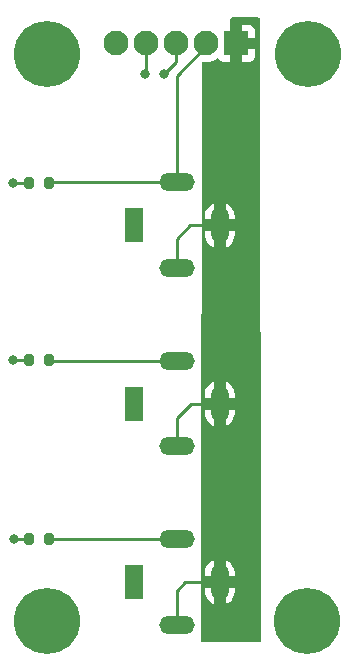
<source format=gbr>
%TF.GenerationSoftware,KiCad,Pcbnew,7.0.1*%
%TF.CreationDate,2023-03-29T16:16:29+02:00*%
%TF.ProjectId,remote,72656d6f-7465-42e6-9b69-6361645f7063,1.0*%
%TF.SameCoordinates,Original*%
%TF.FileFunction,Copper,L1,Top*%
%TF.FilePolarity,Positive*%
%FSLAX46Y46*%
G04 Gerber Fmt 4.6, Leading zero omitted, Abs format (unit mm)*
G04 Created by KiCad (PCBNEW 7.0.1) date 2023-03-29 16:16:29*
%MOMM*%
%LPD*%
G01*
G04 APERTURE LIST*
G04 Aperture macros list*
%AMRoundRect*
0 Rectangle with rounded corners*
0 $1 Rounding radius*
0 $2 $3 $4 $5 $6 $7 $8 $9 X,Y pos of 4 corners*
0 Add a 4 corners polygon primitive as box body*
4,1,4,$2,$3,$4,$5,$6,$7,$8,$9,$2,$3,0*
0 Add four circle primitives for the rounded corners*
1,1,$1+$1,$2,$3*
1,1,$1+$1,$4,$5*
1,1,$1+$1,$6,$7*
1,1,$1+$1,$8,$9*
0 Add four rect primitives between the rounded corners*
20,1,$1+$1,$2,$3,$4,$5,0*
20,1,$1+$1,$4,$5,$6,$7,0*
20,1,$1+$1,$6,$7,$8,$9,0*
20,1,$1+$1,$8,$9,$2,$3,0*%
G04 Aperture macros list end*
%TA.AperFunction,ComponentPad*%
%ADD10C,5.600000*%
%TD*%
%TA.AperFunction,SMDPad,CuDef*%
%ADD11RoundRect,0.200000X0.200000X0.275000X-0.200000X0.275000X-0.200000X-0.275000X0.200000X-0.275000X0*%
%TD*%
%TA.AperFunction,ComponentPad*%
%ADD12R,1.500000X3.000000*%
%TD*%
%TA.AperFunction,ComponentPad*%
%ADD13O,1.500000X3.000000*%
%TD*%
%TA.AperFunction,ComponentPad*%
%ADD14O,3.000000X1.500000*%
%TD*%
%TA.AperFunction,ComponentPad*%
%ADD15R,2.100000X2.100000*%
%TD*%
%TA.AperFunction,ComponentPad*%
%ADD16C,2.100000*%
%TD*%
%TA.AperFunction,ViaPad*%
%ADD17C,0.800000*%
%TD*%
%TA.AperFunction,Conductor*%
%ADD18C,0.250000*%
%TD*%
G04 APERTURE END LIST*
D10*
%TO.P,H1,1,1*%
%TO.N,GND*%
X130675000Y-54400000D03*
%TD*%
D11*
%TO.P,R1,1*%
%TO.N,Brake_BTN*%
X130825000Y-65300000D03*
%TO.P,R1,2*%
%TO.N,GND*%
X129175000Y-65300000D03*
%TD*%
%TO.P,R2,1*%
%TO.N,RearLight_BTN*%
X130825000Y-80300000D03*
%TO.P,R2,2*%
%TO.N,GND*%
X129175000Y-80300000D03*
%TD*%
%TO.P,R3,1*%
%TO.N,IND_BTN*%
X130825000Y-95500000D03*
%TO.P,R3,2*%
%TO.N,GND*%
X129175000Y-95500000D03*
%TD*%
D12*
%TO.P,J1,1,GND*%
%TO.N,GND*%
X138050000Y-68900000D03*
D13*
%TO.P,J1,2,VCC*%
%TO.N,+5V*%
X145300000Y-68900000D03*
D14*
%TO.P,J1,3,-*%
%TO.N,Brake_BTN*%
X141675000Y-65275000D03*
%TO.P,J1,4,+*%
%TO.N,+5V*%
X141675000Y-72525000D03*
%TD*%
D15*
%TO.P,J4,1,Pin_1*%
%TO.N,+5V*%
X146700000Y-53500000D03*
D16*
%TO.P,J4,2,Pin_2*%
%TO.N,Brake_BTN*%
X144160000Y-53500000D03*
%TO.P,J4,3,Pin_3*%
%TO.N,RearLight_BTN*%
X141620000Y-53500000D03*
%TO.P,J4,4,Pin_4*%
%TO.N,IND_BTN*%
X139080000Y-53500000D03*
%TO.P,J4,5,Pin_5*%
%TO.N,GND*%
X136540000Y-53500000D03*
%TD*%
D12*
%TO.P,J2,1,GND*%
%TO.N,GND*%
X138050000Y-84000000D03*
D13*
%TO.P,J2,2,VCC*%
%TO.N,+5V*%
X145300000Y-84000000D03*
D14*
%TO.P,J2,3,-*%
%TO.N,RearLight_BTN*%
X141675000Y-80375000D03*
%TO.P,J2,4,+*%
%TO.N,+5V*%
X141675000Y-87625000D03*
%TD*%
D10*
%TO.P,H3,1,1*%
%TO.N,GND*%
X130675000Y-102400000D03*
%TD*%
%TO.P,H4,1,1*%
%TO.N,GND*%
X152675000Y-102400000D03*
%TD*%
%TO.P,H2,1,1*%
%TO.N,GND*%
X152800000Y-54400000D03*
%TD*%
D12*
%TO.P,J3,1,GND*%
%TO.N,GND*%
X138050000Y-99100000D03*
D13*
%TO.P,J3,2,VCC*%
%TO.N,+5V*%
X145300000Y-99100000D03*
D14*
%TO.P,J3,3,-*%
%TO.N,IND_BTN*%
X141675000Y-95475000D03*
%TO.P,J3,4,+*%
%TO.N,+5V*%
X141675000Y-102725000D03*
%TD*%
D17*
%TO.N,GND*%
X127800000Y-65300000D03*
X127800000Y-80300000D03*
X127900000Y-95500000D03*
%TO.N,RearLight_BTN*%
X140600000Y-56100000D03*
%TO.N,IND_BTN*%
X139000000Y-56100000D03*
%TD*%
D18*
%TO.N,GND*%
X129175000Y-65300000D02*
X127800000Y-65300000D01*
X129175000Y-95500000D02*
X127900000Y-95500000D01*
X129175000Y-80300000D02*
X127800000Y-80300000D01*
%TO.N,+5V*%
X142400000Y-99100000D02*
X145300000Y-99100000D01*
X141675000Y-72525000D02*
X141675000Y-70025000D01*
X141675000Y-87625000D02*
X141675000Y-85225000D01*
X141675000Y-102725000D02*
X141675000Y-99825000D01*
X142800000Y-68900000D02*
X145300000Y-68900000D01*
X141675000Y-99825000D02*
X142400000Y-99100000D01*
X141675000Y-85225000D02*
X142900000Y-84000000D01*
X142900000Y-84000000D02*
X145300000Y-84000000D01*
X141675000Y-70025000D02*
X142800000Y-68900000D01*
%TO.N,Brake_BTN*%
X130825000Y-65300000D02*
X130850000Y-65275000D01*
X141675000Y-56225000D02*
X141675000Y-65275000D01*
X144160000Y-53740000D02*
X141675000Y-56225000D01*
X144160000Y-53500000D02*
X144160000Y-53740000D01*
X130850000Y-65275000D02*
X141675000Y-65275000D01*
%TO.N,RearLight_BTN*%
X130900000Y-80375000D02*
X141675000Y-80375000D01*
X141620000Y-53500000D02*
X141620000Y-55080000D01*
X130825000Y-80300000D02*
X130900000Y-80375000D01*
X141620000Y-55080000D02*
X140600000Y-56100000D01*
%TO.N,IND_BTN*%
X130825000Y-95500000D02*
X130850000Y-95475000D01*
X130850000Y-95475000D02*
X141675000Y-95475000D01*
X139080000Y-53500000D02*
X139080000Y-56020000D01*
X139080000Y-56020000D02*
X139000000Y-56100000D01*
%TD*%
%TA.AperFunction,Conductor*%
%TO.N,+5V*%
G36*
X148638166Y-51316574D02*
G01*
X148683543Y-51361865D01*
X148700234Y-51423766D01*
X148799765Y-104075766D01*
X148783230Y-104137865D01*
X148737833Y-104183348D01*
X148675765Y-104200000D01*
X143824235Y-104200000D01*
X143762167Y-104183348D01*
X143716770Y-104137865D01*
X143700235Y-104075766D01*
X143708696Y-99600000D01*
X144050000Y-99600000D01*
X144050000Y-99906131D01*
X144065117Y-100074100D01*
X144124977Y-100290995D01*
X144222600Y-100493712D01*
X144354855Y-100675745D01*
X144517491Y-100831241D01*
X144705266Y-100955190D01*
X144800000Y-100995681D01*
X144800000Y-99600000D01*
X145800000Y-99600000D01*
X145800000Y-101000431D01*
X145991407Y-100897430D01*
X146167318Y-100757146D01*
X146315359Y-100587700D01*
X146430762Y-100394548D01*
X146509825Y-100183888D01*
X146550000Y-99962503D01*
X146550000Y-99600000D01*
X145800000Y-99600000D01*
X144800000Y-99600000D01*
X144050000Y-99600000D01*
X143708696Y-99600000D01*
X143710586Y-98600000D01*
X144050000Y-98600000D01*
X144800000Y-98600000D01*
X144800000Y-97204319D01*
X145800000Y-97204319D01*
X145800000Y-98600000D01*
X146550000Y-98600000D01*
X146550000Y-98293869D01*
X146534882Y-98125899D01*
X146475022Y-97909004D01*
X146377399Y-97706287D01*
X146245144Y-97524254D01*
X146082508Y-97368758D01*
X145894733Y-97244809D01*
X145800000Y-97204319D01*
X144800000Y-97204319D01*
X144800000Y-97199569D01*
X144608592Y-97302569D01*
X144432681Y-97442853D01*
X144284640Y-97612299D01*
X144169237Y-97805451D01*
X144090174Y-98016111D01*
X144050000Y-98237497D01*
X144050000Y-98600000D01*
X143710586Y-98600000D01*
X143734787Y-85797430D01*
X143737240Y-84500000D01*
X144050000Y-84500000D01*
X144050000Y-84806131D01*
X144065117Y-84974100D01*
X144124977Y-85190995D01*
X144222600Y-85393712D01*
X144354855Y-85575745D01*
X144517491Y-85731241D01*
X144705266Y-85855190D01*
X144800000Y-85895681D01*
X144800000Y-84500000D01*
X145800000Y-84500000D01*
X145800000Y-85900431D01*
X145991407Y-85797430D01*
X146167318Y-85657146D01*
X146315359Y-85487700D01*
X146430762Y-85294548D01*
X146509825Y-85083888D01*
X146550000Y-84862503D01*
X146550000Y-84500000D01*
X145800000Y-84500000D01*
X144800000Y-84500000D01*
X144050000Y-84500000D01*
X143737240Y-84500000D01*
X143739130Y-83500000D01*
X144050000Y-83500000D01*
X144800000Y-83500000D01*
X144800000Y-82104319D01*
X145800000Y-82104319D01*
X145800000Y-83500000D01*
X146550000Y-83500000D01*
X146550000Y-83193869D01*
X146534882Y-83025899D01*
X146475022Y-82809004D01*
X146377399Y-82606287D01*
X146245144Y-82424254D01*
X146082508Y-82268758D01*
X145894733Y-82144809D01*
X145800000Y-82104319D01*
X144800000Y-82104319D01*
X144800000Y-82099569D01*
X144608592Y-82202569D01*
X144432681Y-82342853D01*
X144284640Y-82512299D01*
X144169237Y-82705451D01*
X144090174Y-82916111D01*
X144050000Y-83137497D01*
X144050000Y-83500000D01*
X143739130Y-83500000D01*
X143765784Y-69400000D01*
X144050000Y-69400000D01*
X144050000Y-69706131D01*
X144065117Y-69874100D01*
X144124977Y-70090995D01*
X144222600Y-70293712D01*
X144354855Y-70475745D01*
X144517491Y-70631241D01*
X144705266Y-70755190D01*
X144800000Y-70795681D01*
X144800000Y-69400000D01*
X145800000Y-69400000D01*
X145800000Y-70800431D01*
X145991407Y-70697430D01*
X146167318Y-70557146D01*
X146315359Y-70387700D01*
X146430762Y-70194548D01*
X146509825Y-69983888D01*
X146550000Y-69762503D01*
X146550000Y-69400000D01*
X145800000Y-69400000D01*
X144800000Y-69400000D01*
X144050000Y-69400000D01*
X143765784Y-69400000D01*
X143767674Y-68400000D01*
X144050000Y-68400000D01*
X144800000Y-68400000D01*
X144800000Y-67004319D01*
X145800000Y-67004319D01*
X145800000Y-68400000D01*
X146550000Y-68400000D01*
X146550000Y-68093869D01*
X146534882Y-67925899D01*
X146475022Y-67709004D01*
X146377399Y-67506287D01*
X146245144Y-67324254D01*
X146082508Y-67168758D01*
X145894733Y-67044809D01*
X145800000Y-67004319D01*
X144800000Y-67004319D01*
X144800000Y-66999569D01*
X144608592Y-67102569D01*
X144432681Y-67242853D01*
X144284640Y-67412299D01*
X144169237Y-67605451D01*
X144090174Y-67816111D01*
X144050000Y-68037497D01*
X144050000Y-68400000D01*
X143767674Y-68400000D01*
X143792702Y-55160292D01*
X143811056Y-55095606D01*
X143860477Y-55050009D01*
X143926427Y-55036911D01*
X144160000Y-55055294D01*
X144403302Y-55036146D01*
X144640612Y-54979172D01*
X144640613Y-54979171D01*
X144640615Y-54979171D01*
X144866088Y-54885778D01*
X144947603Y-54835824D01*
X145051286Y-54772287D01*
X145108995Y-54754217D01*
X145168390Y-54765591D01*
X145215342Y-54803704D01*
X145292810Y-54907188D01*
X145407910Y-54993352D01*
X145542624Y-55043597D01*
X145602176Y-55050000D01*
X146200000Y-55050000D01*
X146200000Y-54000000D01*
X147200000Y-54000000D01*
X147200000Y-55050000D01*
X147797824Y-55050000D01*
X147857375Y-55043597D01*
X147992089Y-54993352D01*
X148107188Y-54907188D01*
X148193352Y-54792089D01*
X148243597Y-54657375D01*
X148250000Y-54597824D01*
X148250000Y-54000000D01*
X147200000Y-54000000D01*
X146200000Y-54000000D01*
X146200000Y-51950000D01*
X147200000Y-51950000D01*
X147200000Y-53000000D01*
X148250000Y-53000000D01*
X148250000Y-52402176D01*
X148243597Y-52342624D01*
X148193352Y-52207910D01*
X148107188Y-52092811D01*
X147992089Y-52006647D01*
X147857375Y-51956402D01*
X147797824Y-51950000D01*
X147200000Y-51950000D01*
X146200000Y-51950000D01*
X146200000Y-51424000D01*
X146216613Y-51362000D01*
X146262000Y-51316613D01*
X146324000Y-51300000D01*
X148576234Y-51300000D01*
X148638166Y-51316574D01*
G37*
%TD.AperFunction*%
%TD*%
M02*

</source>
